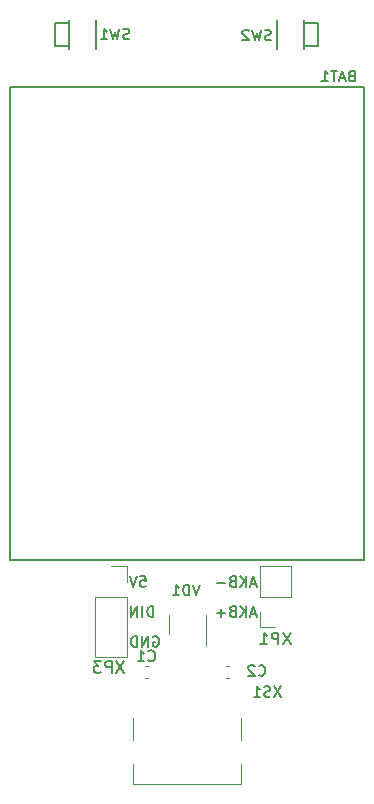
<source format=gbo>
%TF.GenerationSoftware,KiCad,Pcbnew,7.0.7*%
%TF.CreationDate,2023-11-27T18:28:25+03:00*%
%TF.ProjectId,Alatyr,416c6174-7972-42e6-9b69-6361645f7063,rev?*%
%TF.SameCoordinates,PX6422c40PY6146580*%
%TF.FileFunction,Legend,Bot*%
%TF.FilePolarity,Positive*%
%FSLAX46Y46*%
G04 Gerber Fmt 4.6, Leading zero omitted, Abs format (unit mm)*
G04 Created by KiCad (PCBNEW 7.0.7) date 2023-11-27 18:28:25*
%MOMM*%
%LPD*%
G01*
G04 APERTURE LIST*
%ADD10C,0.150000*%
%ADD11C,0.120000*%
%ADD12C,0.200000*%
G04 APERTURE END LIST*
D10*
X9058458Y17632693D02*
X9487030Y17632693D01*
X9487030Y17632693D02*
X9529887Y17204122D01*
X9529887Y17204122D02*
X9487030Y17246979D01*
X9487030Y17246979D02*
X9401316Y17289836D01*
X9401316Y17289836D02*
X9187030Y17289836D01*
X9187030Y17289836D02*
X9101316Y17246979D01*
X9101316Y17246979D02*
X9058458Y17204122D01*
X9058458Y17204122D02*
X9015601Y17118408D01*
X9015601Y17118408D02*
X9015601Y16904122D01*
X9015601Y16904122D02*
X9058458Y16818408D01*
X9058458Y16818408D02*
X9101316Y16775550D01*
X9101316Y16775550D02*
X9187030Y16732693D01*
X9187030Y16732693D02*
X9401316Y16732693D01*
X9401316Y16732693D02*
X9487030Y16775550D01*
X9487030Y16775550D02*
X9529887Y16818408D01*
X8758458Y17632693D02*
X8458458Y16732693D01*
X8458458Y16732693D02*
X8158458Y17632693D01*
X10129886Y14192693D02*
X10129886Y15092693D01*
X10129886Y15092693D02*
X9915600Y15092693D01*
X9915600Y15092693D02*
X9787029Y15049836D01*
X9787029Y15049836D02*
X9701314Y14964122D01*
X9701314Y14964122D02*
X9658457Y14878408D01*
X9658457Y14878408D02*
X9615600Y14706979D01*
X9615600Y14706979D02*
X9615600Y14578408D01*
X9615600Y14578408D02*
X9658457Y14406979D01*
X9658457Y14406979D02*
X9701314Y14321265D01*
X9701314Y14321265D02*
X9787029Y14235550D01*
X9787029Y14235550D02*
X9915600Y14192693D01*
X9915600Y14192693D02*
X10129886Y14192693D01*
X9229886Y14192693D02*
X9229886Y15092693D01*
X8801315Y14192693D02*
X8801315Y15092693D01*
X8801315Y15092693D02*
X8287029Y14192693D01*
X8287029Y14192693D02*
X8287029Y15092693D01*
X18829887Y17009836D02*
X18401316Y17009836D01*
X18915601Y16752693D02*
X18615601Y17652693D01*
X18615601Y17652693D02*
X18315601Y16752693D01*
X18015601Y16752693D02*
X18015601Y17652693D01*
X17501315Y16752693D02*
X17887029Y17266979D01*
X17501315Y17652693D02*
X18015601Y17138408D01*
X16815601Y17224122D02*
X16687029Y17181265D01*
X16687029Y17181265D02*
X16644172Y17138408D01*
X16644172Y17138408D02*
X16601315Y17052693D01*
X16601315Y17052693D02*
X16601315Y16924122D01*
X16601315Y16924122D02*
X16644172Y16838408D01*
X16644172Y16838408D02*
X16687029Y16795550D01*
X16687029Y16795550D02*
X16772744Y16752693D01*
X16772744Y16752693D02*
X17115601Y16752693D01*
X17115601Y16752693D02*
X17115601Y17652693D01*
X17115601Y17652693D02*
X16815601Y17652693D01*
X16815601Y17652693D02*
X16729887Y17609836D01*
X16729887Y17609836D02*
X16687029Y17566979D01*
X16687029Y17566979D02*
X16644172Y17481265D01*
X16644172Y17481265D02*
X16644172Y17395550D01*
X16644172Y17395550D02*
X16687029Y17309836D01*
X16687029Y17309836D02*
X16729887Y17266979D01*
X16729887Y17266979D02*
X16815601Y17224122D01*
X16815601Y17224122D02*
X17115601Y17224122D01*
X16215601Y17095550D02*
X15529887Y17095550D01*
X18829887Y14469836D02*
X18401316Y14469836D01*
X18915601Y14212693D02*
X18615601Y15112693D01*
X18615601Y15112693D02*
X18315601Y14212693D01*
X18015601Y14212693D02*
X18015601Y15112693D01*
X17501315Y14212693D02*
X17887029Y14726979D01*
X17501315Y15112693D02*
X18015601Y14598408D01*
X16815601Y14684122D02*
X16687029Y14641265D01*
X16687029Y14641265D02*
X16644172Y14598408D01*
X16644172Y14598408D02*
X16601315Y14512693D01*
X16601315Y14512693D02*
X16601315Y14384122D01*
X16601315Y14384122D02*
X16644172Y14298408D01*
X16644172Y14298408D02*
X16687029Y14255550D01*
X16687029Y14255550D02*
X16772744Y14212693D01*
X16772744Y14212693D02*
X17115601Y14212693D01*
X17115601Y14212693D02*
X17115601Y15112693D01*
X17115601Y15112693D02*
X16815601Y15112693D01*
X16815601Y15112693D02*
X16729887Y15069836D01*
X16729887Y15069836D02*
X16687029Y15026979D01*
X16687029Y15026979D02*
X16644172Y14941265D01*
X16644172Y14941265D02*
X16644172Y14855550D01*
X16644172Y14855550D02*
X16687029Y14769836D01*
X16687029Y14769836D02*
X16729887Y14726979D01*
X16729887Y14726979D02*
X16815601Y14684122D01*
X16815601Y14684122D02*
X17115601Y14684122D01*
X16215601Y14555550D02*
X15529887Y14555550D01*
X15872744Y14212693D02*
X15872744Y14898408D01*
X10129886Y12509836D02*
X10215601Y12552693D01*
X10215601Y12552693D02*
X10344172Y12552693D01*
X10344172Y12552693D02*
X10472743Y12509836D01*
X10472743Y12509836D02*
X10558458Y12424122D01*
X10558458Y12424122D02*
X10601315Y12338408D01*
X10601315Y12338408D02*
X10644172Y12166979D01*
X10644172Y12166979D02*
X10644172Y12038408D01*
X10644172Y12038408D02*
X10601315Y11866979D01*
X10601315Y11866979D02*
X10558458Y11781265D01*
X10558458Y11781265D02*
X10472743Y11695550D01*
X10472743Y11695550D02*
X10344172Y11652693D01*
X10344172Y11652693D02*
X10258458Y11652693D01*
X10258458Y11652693D02*
X10129886Y11695550D01*
X10129886Y11695550D02*
X10087029Y11738408D01*
X10087029Y11738408D02*
X10087029Y12038408D01*
X10087029Y12038408D02*
X10258458Y12038408D01*
X9701315Y11652693D02*
X9701315Y12552693D01*
X9701315Y12552693D02*
X9187029Y11652693D01*
X9187029Y11652693D02*
X9187029Y12552693D01*
X8758458Y11652693D02*
X8758458Y12552693D01*
X8758458Y12552693D02*
X8544172Y12552693D01*
X8544172Y12552693D02*
X8415601Y12509836D01*
X8415601Y12509836D02*
X8329886Y12424122D01*
X8329886Y12424122D02*
X8287029Y12338408D01*
X8287029Y12338408D02*
X8244172Y12166979D01*
X8244172Y12166979D02*
X8244172Y12038408D01*
X8244172Y12038408D02*
X8287029Y11866979D01*
X8287029Y11866979D02*
X8329886Y11781265D01*
X8329886Y11781265D02*
X8415601Y11695550D01*
X8415601Y11695550D02*
X8544172Y11652693D01*
X8544172Y11652693D02*
X8758458Y11652693D01*
X21784523Y12870181D02*
X21117857Y11870181D01*
X21117857Y12870181D02*
X21784523Y11870181D01*
X20736904Y11870181D02*
X20736904Y12870181D01*
X20736904Y12870181D02*
X20355952Y12870181D01*
X20355952Y12870181D02*
X20260714Y12822562D01*
X20260714Y12822562D02*
X20213095Y12774943D01*
X20213095Y12774943D02*
X20165476Y12679705D01*
X20165476Y12679705D02*
X20165476Y12536848D01*
X20165476Y12536848D02*
X20213095Y12441610D01*
X20213095Y12441610D02*
X20260714Y12393991D01*
X20260714Y12393991D02*
X20355952Y12346372D01*
X20355952Y12346372D02*
X20736904Y12346372D01*
X19213095Y11870181D02*
X19784523Y11870181D01*
X19498809Y11870181D02*
X19498809Y12870181D01*
X19498809Y12870181D02*
X19594047Y12727324D01*
X19594047Y12727324D02*
X19689285Y12632086D01*
X19689285Y12632086D02*
X19784523Y12584467D01*
X9737499Y10542158D02*
X9780356Y10499300D01*
X9780356Y10499300D02*
X9908928Y10456443D01*
X9908928Y10456443D02*
X9994642Y10456443D01*
X9994642Y10456443D02*
X10123213Y10499300D01*
X10123213Y10499300D02*
X10208928Y10585015D01*
X10208928Y10585015D02*
X10251785Y10670729D01*
X10251785Y10670729D02*
X10294642Y10842158D01*
X10294642Y10842158D02*
X10294642Y10970729D01*
X10294642Y10970729D02*
X10251785Y11142158D01*
X10251785Y11142158D02*
X10208928Y11227872D01*
X10208928Y11227872D02*
X10123213Y11313586D01*
X10123213Y11313586D02*
X9994642Y11356443D01*
X9994642Y11356443D02*
X9908928Y11356443D01*
X9908928Y11356443D02*
X9780356Y11313586D01*
X9780356Y11313586D02*
X9737499Y11270729D01*
X8880356Y10456443D02*
X9394642Y10456443D01*
X9137499Y10456443D02*
X9137499Y11356443D01*
X9137499Y11356443D02*
X9223213Y11227872D01*
X9223213Y11227872D02*
X9308928Y11142158D01*
X9308928Y11142158D02*
X9394642Y11099300D01*
X7684523Y10450181D02*
X7017857Y9450181D01*
X7017857Y10450181D02*
X7684523Y9450181D01*
X6636904Y9450181D02*
X6636904Y10450181D01*
X6636904Y10450181D02*
X6255952Y10450181D01*
X6255952Y10450181D02*
X6160714Y10402562D01*
X6160714Y10402562D02*
X6113095Y10354943D01*
X6113095Y10354943D02*
X6065476Y10259705D01*
X6065476Y10259705D02*
X6065476Y10116848D01*
X6065476Y10116848D02*
X6113095Y10021610D01*
X6113095Y10021610D02*
X6160714Y9973991D01*
X6160714Y9973991D02*
X6255952Y9926372D01*
X6255952Y9926372D02*
X6636904Y9926372D01*
X5732142Y10450181D02*
X5113095Y10450181D01*
X5113095Y10450181D02*
X5446428Y10069229D01*
X5446428Y10069229D02*
X5303571Y10069229D01*
X5303571Y10069229D02*
X5208333Y10021610D01*
X5208333Y10021610D02*
X5160714Y9973991D01*
X5160714Y9973991D02*
X5113095Y9878753D01*
X5113095Y9878753D02*
X5113095Y9640658D01*
X5113095Y9640658D02*
X5160714Y9545420D01*
X5160714Y9545420D02*
X5208333Y9497800D01*
X5208333Y9497800D02*
X5303571Y9450181D01*
X5303571Y9450181D02*
X5589285Y9450181D01*
X5589285Y9450181D02*
X5684523Y9497800D01*
X5684523Y9497800D02*
X5732142Y9545420D01*
X8099999Y63154300D02*
X7971428Y63111443D01*
X7971428Y63111443D02*
X7757142Y63111443D01*
X7757142Y63111443D02*
X7671428Y63154300D01*
X7671428Y63154300D02*
X7628570Y63197158D01*
X7628570Y63197158D02*
X7585713Y63282872D01*
X7585713Y63282872D02*
X7585713Y63368586D01*
X7585713Y63368586D02*
X7628570Y63454300D01*
X7628570Y63454300D02*
X7671428Y63497158D01*
X7671428Y63497158D02*
X7757142Y63540015D01*
X7757142Y63540015D02*
X7928570Y63582872D01*
X7928570Y63582872D02*
X8014285Y63625729D01*
X8014285Y63625729D02*
X8057142Y63668586D01*
X8057142Y63668586D02*
X8099999Y63754300D01*
X8099999Y63754300D02*
X8099999Y63840015D01*
X8099999Y63840015D02*
X8057142Y63925729D01*
X8057142Y63925729D02*
X8014285Y63968586D01*
X8014285Y63968586D02*
X7928570Y64011443D01*
X7928570Y64011443D02*
X7714285Y64011443D01*
X7714285Y64011443D02*
X7585713Y63968586D01*
X7285713Y64011443D02*
X7071427Y63111443D01*
X7071427Y63111443D02*
X6899999Y63754300D01*
X6899999Y63754300D02*
X6728570Y63111443D01*
X6728570Y63111443D02*
X6514285Y64011443D01*
X5699999Y63111443D02*
X6214285Y63111443D01*
X5957142Y63111443D02*
X5957142Y64011443D01*
X5957142Y64011443D02*
X6042856Y63882872D01*
X6042856Y63882872D02*
X6128571Y63797158D01*
X6128571Y63797158D02*
X6214285Y63754300D01*
X26917857Y60012872D02*
X26789285Y59970015D01*
X26789285Y59970015D02*
X26746428Y59927158D01*
X26746428Y59927158D02*
X26703571Y59841443D01*
X26703571Y59841443D02*
X26703571Y59712872D01*
X26703571Y59712872D02*
X26746428Y59627158D01*
X26746428Y59627158D02*
X26789285Y59584300D01*
X26789285Y59584300D02*
X26875000Y59541443D01*
X26875000Y59541443D02*
X27217857Y59541443D01*
X27217857Y59541443D02*
X27217857Y60441443D01*
X27217857Y60441443D02*
X26917857Y60441443D01*
X26917857Y60441443D02*
X26832143Y60398586D01*
X26832143Y60398586D02*
X26789285Y60355729D01*
X26789285Y60355729D02*
X26746428Y60270015D01*
X26746428Y60270015D02*
X26746428Y60184300D01*
X26746428Y60184300D02*
X26789285Y60098586D01*
X26789285Y60098586D02*
X26832143Y60055729D01*
X26832143Y60055729D02*
X26917857Y60012872D01*
X26917857Y60012872D02*
X27217857Y60012872D01*
X26360714Y59798586D02*
X25932143Y59798586D01*
X26446428Y59541443D02*
X26146428Y60441443D01*
X26146428Y60441443D02*
X25846428Y59541443D01*
X25674999Y60441443D02*
X25160714Y60441443D01*
X25417856Y59541443D02*
X25417856Y60441443D01*
X24389285Y59541443D02*
X24903571Y59541443D01*
X24646428Y59541443D02*
X24646428Y60441443D01*
X24646428Y60441443D02*
X24732142Y60312872D01*
X24732142Y60312872D02*
X24817857Y60227158D01*
X24817857Y60227158D02*
X24903571Y60184300D01*
X19062499Y9282158D02*
X19105356Y9239300D01*
X19105356Y9239300D02*
X19233928Y9196443D01*
X19233928Y9196443D02*
X19319642Y9196443D01*
X19319642Y9196443D02*
X19448213Y9239300D01*
X19448213Y9239300D02*
X19533928Y9325015D01*
X19533928Y9325015D02*
X19576785Y9410729D01*
X19576785Y9410729D02*
X19619642Y9582158D01*
X19619642Y9582158D02*
X19619642Y9710729D01*
X19619642Y9710729D02*
X19576785Y9882158D01*
X19576785Y9882158D02*
X19533928Y9967872D01*
X19533928Y9967872D02*
X19448213Y10053586D01*
X19448213Y10053586D02*
X19319642Y10096443D01*
X19319642Y10096443D02*
X19233928Y10096443D01*
X19233928Y10096443D02*
X19105356Y10053586D01*
X19105356Y10053586D02*
X19062499Y10010729D01*
X18719642Y10010729D02*
X18676785Y10053586D01*
X18676785Y10053586D02*
X18591071Y10096443D01*
X18591071Y10096443D02*
X18376785Y10096443D01*
X18376785Y10096443D02*
X18291071Y10053586D01*
X18291071Y10053586D02*
X18248213Y10010729D01*
X18248213Y10010729D02*
X18205356Y9925015D01*
X18205356Y9925015D02*
X18205356Y9839300D01*
X18205356Y9839300D02*
X18248213Y9710729D01*
X18248213Y9710729D02*
X18762499Y9196443D01*
X18762499Y9196443D02*
X18205356Y9196443D01*
X14103841Y16911053D02*
X13803841Y16011053D01*
X13803841Y16011053D02*
X13503841Y16911053D01*
X13203841Y16011053D02*
X13203841Y16911053D01*
X13203841Y16911053D02*
X12989555Y16911053D01*
X12989555Y16911053D02*
X12860984Y16868196D01*
X12860984Y16868196D02*
X12775269Y16782482D01*
X12775269Y16782482D02*
X12732412Y16696768D01*
X12732412Y16696768D02*
X12689555Y16525339D01*
X12689555Y16525339D02*
X12689555Y16396768D01*
X12689555Y16396768D02*
X12732412Y16225339D01*
X12732412Y16225339D02*
X12775269Y16139625D01*
X12775269Y16139625D02*
X12860984Y16053910D01*
X12860984Y16053910D02*
X12989555Y16011053D01*
X12989555Y16011053D02*
X13203841Y16011053D01*
X11832412Y16011053D02*
X12346698Y16011053D01*
X12089555Y16011053D02*
X12089555Y16911053D01*
X12089555Y16911053D02*
X12175269Y16782482D01*
X12175269Y16782482D02*
X12260984Y16696768D01*
X12260984Y16696768D02*
X12346698Y16653910D01*
X20099999Y63054300D02*
X19971428Y63011443D01*
X19971428Y63011443D02*
X19757142Y63011443D01*
X19757142Y63011443D02*
X19671428Y63054300D01*
X19671428Y63054300D02*
X19628570Y63097158D01*
X19628570Y63097158D02*
X19585713Y63182872D01*
X19585713Y63182872D02*
X19585713Y63268586D01*
X19585713Y63268586D02*
X19628570Y63354300D01*
X19628570Y63354300D02*
X19671428Y63397158D01*
X19671428Y63397158D02*
X19757142Y63440015D01*
X19757142Y63440015D02*
X19928570Y63482872D01*
X19928570Y63482872D02*
X20014285Y63525729D01*
X20014285Y63525729D02*
X20057142Y63568586D01*
X20057142Y63568586D02*
X20099999Y63654300D01*
X20099999Y63654300D02*
X20099999Y63740015D01*
X20099999Y63740015D02*
X20057142Y63825729D01*
X20057142Y63825729D02*
X20014285Y63868586D01*
X20014285Y63868586D02*
X19928570Y63911443D01*
X19928570Y63911443D02*
X19714285Y63911443D01*
X19714285Y63911443D02*
X19585713Y63868586D01*
X19285713Y63911443D02*
X19071427Y63011443D01*
X19071427Y63011443D02*
X18899999Y63654300D01*
X18899999Y63654300D02*
X18728570Y63011443D01*
X18728570Y63011443D02*
X18514285Y63911443D01*
X18214285Y63825729D02*
X18171428Y63868586D01*
X18171428Y63868586D02*
X18085714Y63911443D01*
X18085714Y63911443D02*
X17871428Y63911443D01*
X17871428Y63911443D02*
X17785714Y63868586D01*
X17785714Y63868586D02*
X17742856Y63825729D01*
X17742856Y63825729D02*
X17699999Y63740015D01*
X17699999Y63740015D02*
X17699999Y63654300D01*
X17699999Y63654300D02*
X17742856Y63525729D01*
X17742856Y63525729D02*
X18257142Y63011443D01*
X18257142Y63011443D02*
X17699999Y63011443D01*
X20957142Y8331443D02*
X20357142Y7431443D01*
X20357142Y8331443D02*
X20957142Y7431443D01*
X20057142Y7474300D02*
X19928571Y7431443D01*
X19928571Y7431443D02*
X19714285Y7431443D01*
X19714285Y7431443D02*
X19628571Y7474300D01*
X19628571Y7474300D02*
X19585713Y7517158D01*
X19585713Y7517158D02*
X19542856Y7602872D01*
X19542856Y7602872D02*
X19542856Y7688586D01*
X19542856Y7688586D02*
X19585713Y7774300D01*
X19585713Y7774300D02*
X19628571Y7817158D01*
X19628571Y7817158D02*
X19714285Y7860015D01*
X19714285Y7860015D02*
X19885713Y7902872D01*
X19885713Y7902872D02*
X19971428Y7945729D01*
X19971428Y7945729D02*
X20014285Y7988586D01*
X20014285Y7988586D02*
X20057142Y8074300D01*
X20057142Y8074300D02*
X20057142Y8160015D01*
X20057142Y8160015D02*
X20014285Y8245729D01*
X20014285Y8245729D02*
X19971428Y8288586D01*
X19971428Y8288586D02*
X19885713Y8331443D01*
X19885713Y8331443D02*
X19671428Y8331443D01*
X19671428Y8331443D02*
X19542856Y8288586D01*
X18685713Y7431443D02*
X19199999Y7431443D01*
X18942856Y7431443D02*
X18942856Y8331443D01*
X18942856Y8331443D02*
X19028570Y8202872D01*
X19028570Y8202872D02*
X19114285Y8117158D01*
X19114285Y8117158D02*
X19199999Y8074300D01*
D11*
%TO.C,XP1*%
X19145000Y18525000D02*
X21805000Y18525000D01*
X19145000Y15925000D02*
X19145000Y18525000D01*
X19145000Y15925000D02*
X21805000Y15925000D01*
X19145000Y14655000D02*
X19145000Y13325000D01*
X19145000Y13325000D02*
X20475000Y13325000D01*
X21805000Y15925000D02*
X21805000Y18525000D01*
%TO.C,C1*%
X9733767Y9025000D02*
X9441233Y9025000D01*
X9733767Y10045000D02*
X9441233Y10045000D01*
%TO.C,XP3*%
X7905000Y10765000D02*
X5245000Y10765000D01*
X7905000Y15905000D02*
X7905000Y10765000D01*
X7905000Y15905000D02*
X5245000Y15905000D01*
X7905000Y17175000D02*
X7905000Y18505000D01*
X7905000Y18505000D02*
X6575000Y18505000D01*
X5245000Y15905000D02*
X5245000Y10765000D01*
D10*
%TO.C,SW1*%
X3000000Y62270000D02*
X3000000Y64770000D01*
X5300000Y62270000D02*
X5300000Y64770000D01*
X1800000Y62520000D02*
X1800000Y64520000D01*
X3000000Y62520000D02*
X1800000Y62520000D01*
X1800000Y64520000D02*
X3000000Y64520000D01*
D12*
%TO.C,BAT1*%
X28025000Y59050000D02*
X-1975000Y59050000D01*
X-1975000Y59050000D02*
X-1975000Y19050000D01*
X-1975000Y19050000D02*
X28025000Y19050000D01*
X28025000Y19050000D02*
X28025000Y59050000D01*
D11*
%TO.C,C2*%
X16266233Y10045000D02*
X16558767Y10045000D01*
X16266233Y9025000D02*
X16558767Y9025000D01*
%TO.C,VD1*%
X11465270Y13519610D02*
X11465270Y12719610D01*
X11465270Y13519610D02*
X11465270Y14319610D01*
X14585270Y13519610D02*
X14585270Y11719610D01*
X14585270Y13519610D02*
X14585270Y14319610D01*
D10*
%TO.C,SW2*%
X22900000Y64770000D02*
X22900000Y62270000D01*
X20600000Y64770000D02*
X20600000Y62270000D01*
X24100000Y64520000D02*
X24100000Y62520000D01*
X22900000Y64520000D02*
X24100000Y64520000D01*
X24100000Y62520000D02*
X22900000Y62520000D01*
D11*
%TO.C,XS1*%
X17580000Y40000D02*
X17580000Y1745000D01*
X17580000Y5675000D02*
X17580000Y3755000D01*
X8420000Y40000D02*
X17580000Y40000D01*
X8420000Y1745000D02*
X8420000Y40000D01*
X8420000Y3755000D02*
X8420000Y5675000D01*
%TD*%
M02*

</source>
